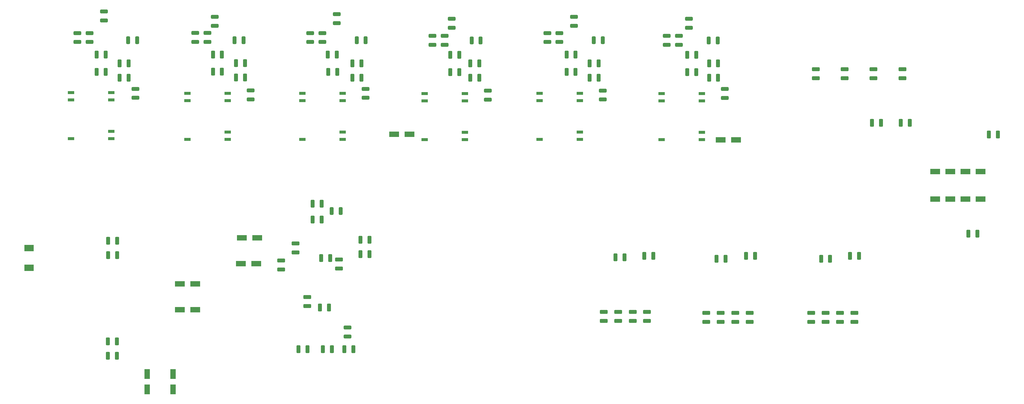
<source format=gbr>
%TF.GenerationSoftware,KiCad,Pcbnew,9.0.1*%
%TF.CreationDate,2025-12-19T01:31:40-08:00*%
%TF.ProjectId,ControlBoard,436f6e74-726f-46c4-926f-6172642e6b69,rev?*%
%TF.SameCoordinates,Original*%
%TF.FileFunction,Paste,Bot*%
%TF.FilePolarity,Positive*%
%FSLAX46Y46*%
G04 Gerber Fmt 4.6, Leading zero omitted, Abs format (unit mm)*
G04 Created by KiCad (PCBNEW 9.0.1) date 2025-12-19 01:31:40*
%MOMM*%
%LPD*%
G01*
G04 APERTURE LIST*
G04 Aperture macros list*
%AMRoundRect*
0 Rectangle with rounded corners*
0 $1 Rounding radius*
0 $2 $3 $4 $5 $6 $7 $8 $9 X,Y pos of 4 corners*
0 Add a 4 corners polygon primitive as box body*
4,1,4,$2,$3,$4,$5,$6,$7,$8,$9,$2,$3,0*
0 Add four circle primitives for the rounded corners*
1,1,$1+$1,$2,$3*
1,1,$1+$1,$4,$5*
1,1,$1+$1,$6,$7*
1,1,$1+$1,$8,$9*
0 Add four rect primitives between the rounded corners*
20,1,$1+$1,$2,$3,$4,$5,0*
20,1,$1+$1,$4,$5,$6,$7,0*
20,1,$1+$1,$6,$7,$8,$9,0*
20,1,$1+$1,$8,$9,$2,$3,0*%
G04 Aperture macros list end*
%ADD10R,3.500000X1.850000*%
%ADD11RoundRect,0.250000X0.412500X1.100000X-0.412500X1.100000X-0.412500X-1.100000X0.412500X-1.100000X0*%
%ADD12RoundRect,0.250000X1.100000X-0.412500X1.100000X0.412500X-1.100000X0.412500X-1.100000X-0.412500X0*%
%ADD13RoundRect,0.250000X-1.075000X0.400000X-1.075000X-0.400000X1.075000X-0.400000X1.075000X0.400000X0*%
%ADD14R,2.300000X1.000000*%
%ADD15RoundRect,0.250000X1.075000X-0.400000X1.075000X0.400000X-1.075000X0.400000X-1.075000X-0.400000X0*%
%ADD16RoundRect,0.250000X-0.400000X-1.075000X0.400000X-1.075000X0.400000X1.075000X-0.400000X1.075000X0*%
%ADD17RoundRect,0.250000X-0.412500X-1.100000X0.412500X-1.100000X0.412500X1.100000X-0.412500X1.100000X0*%
%ADD18RoundRect,0.250000X-1.100000X0.412500X-1.100000X-0.412500X1.100000X-0.412500X1.100000X0.412500X0*%
%ADD19RoundRect,0.250000X0.400000X1.075000X-0.400000X1.075000X-0.400000X-1.075000X0.400000X-1.075000X0*%
%ADD20R,1.850000X3.500000*%
%ADD21R,3.200000X2.250000*%
G04 APERTURE END LIST*
D10*
%TO.C,C175*%
X162000000Y-73000000D03*
X156700000Y-73000000D03*
%TD*%
%TO.C,C176*%
X270000000Y-75000000D03*
X275300000Y-75000000D03*
%TD*%
%TO.C,C167*%
X103500000Y-118000000D03*
X108800000Y-118000000D03*
%TD*%
%TO.C,C164*%
X82350000Y-125000000D03*
X87650000Y-125000000D03*
%TD*%
%TO.C,C165*%
X82350000Y-134000000D03*
X87650000Y-134000000D03*
%TD*%
%TO.C,C166*%
X103850000Y-109000000D03*
X109150000Y-109000000D03*
%TD*%
D11*
%TO.C,C44*%
X93817500Y-51300000D03*
X96942500Y-51300000D03*
%TD*%
D10*
%TO.C,C163*%
X354850000Y-95500000D03*
X360150000Y-95500000D03*
%TD*%
%TO.C,C162*%
X344350000Y-95500000D03*
X349650000Y-95500000D03*
%TD*%
%TO.C,C161*%
X354850000Y-86000000D03*
X360150000Y-86000000D03*
%TD*%
%TO.C,C160*%
X344350000Y-86000000D03*
X349650000Y-86000000D03*
%TD*%
D12*
%TO.C,C112*%
X229367500Y-134723750D03*
X229367500Y-137848750D03*
%TD*%
%TO.C,C114*%
X239500000Y-134723750D03*
X239500000Y-137848750D03*
%TD*%
D13*
%TO.C,R59*%
X255463250Y-38850000D03*
X255463250Y-41950000D03*
%TD*%
D11*
%TO.C,C91*%
X269065000Y-48400000D03*
X265940000Y-48400000D03*
%TD*%
%TO.C,C92*%
X261502500Y-51400000D03*
X258377500Y-51400000D03*
%TD*%
D14*
%TO.C,PS11*%
X249495000Y-74866000D03*
X249495000Y-61406000D03*
X249495000Y-58866000D03*
X263465000Y-58866000D03*
X263465000Y-61406000D03*
X263465000Y-72326000D03*
X263465000Y-74866000D03*
%TD*%
D15*
%TO.C,R64*%
X271440000Y-60400000D03*
X271440000Y-57300000D03*
%TD*%
D16*
%TO.C,R60*%
X265840000Y-40400000D03*
X268940000Y-40400000D03*
%TD*%
D13*
%TO.C,R62*%
X258940000Y-32900000D03*
X258940000Y-36000000D03*
%TD*%
D11*
%TO.C,C96*%
X269067500Y-53400000D03*
X265942500Y-53400000D03*
%TD*%
D13*
%TO.C,R58*%
X251253250Y-38850000D03*
X251253250Y-41950000D03*
%TD*%
D17*
%TO.C,C93*%
X258377500Y-45400000D03*
X261502500Y-45400000D03*
%TD*%
D13*
%TO.C,R68*%
X209826750Y-40950000D03*
X209826750Y-37850000D03*
%TD*%
D14*
%TO.C,PS12*%
X221085000Y-74816000D03*
X221085000Y-72276000D03*
X221085000Y-61356000D03*
X221085000Y-58816000D03*
X207115000Y-58816000D03*
X207115000Y-61356000D03*
X207115000Y-74816000D03*
%TD*%
D11*
%TO.C,C102*%
X224497500Y-53350000D03*
X227622500Y-53350000D03*
%TD*%
D13*
%TO.C,R69*%
X214036750Y-40950000D03*
X214036750Y-37850000D03*
%TD*%
D11*
%TO.C,C107*%
X224497500Y-48350000D03*
X227622500Y-48350000D03*
%TD*%
D13*
%TO.C,R72*%
X219060000Y-35350000D03*
X219060000Y-32250000D03*
%TD*%
D16*
%TO.C,R70*%
X229060000Y-40350000D03*
X225960000Y-40350000D03*
%TD*%
D11*
%TO.C,C103*%
X216497500Y-51350000D03*
X219622500Y-51350000D03*
%TD*%
D17*
%TO.C,C104*%
X219622500Y-45350000D03*
X216497500Y-45350000D03*
%TD*%
D15*
%TO.C,R74*%
X229060000Y-57850000D03*
X229060000Y-60950000D03*
%TD*%
D13*
%TO.C,R38*%
X169970000Y-38850000D03*
X169970000Y-41950000D03*
%TD*%
%TO.C,R39*%
X174180000Y-38850000D03*
X174180000Y-41950000D03*
%TD*%
D11*
%TO.C,C70*%
X179242500Y-51400000D03*
X176117500Y-51400000D03*
%TD*%
D16*
%TO.C,R40*%
X183580000Y-40400000D03*
X186680000Y-40400000D03*
%TD*%
D15*
%TO.C,R44*%
X189180000Y-61000000D03*
X189180000Y-57900000D03*
%TD*%
D17*
%TO.C,C71*%
X176117500Y-45400000D03*
X179242500Y-45400000D03*
%TD*%
D11*
%TO.C,C72*%
X186242500Y-53400000D03*
X183117500Y-53400000D03*
%TD*%
%TO.C,C69*%
X186242500Y-48400000D03*
X183117500Y-48400000D03*
%TD*%
D14*
%TO.C,PS9*%
X167235000Y-74866000D03*
X167235000Y-61406000D03*
X167235000Y-58866000D03*
X181205000Y-58866000D03*
X181205000Y-61406000D03*
X181205000Y-72326000D03*
X181205000Y-74866000D03*
%TD*%
D13*
%TO.C,R42*%
X176680000Y-32900000D03*
X176680000Y-36000000D03*
%TD*%
D14*
%TO.C,PS10*%
X124855000Y-74816000D03*
X124855000Y-61356000D03*
X124855000Y-58816000D03*
X138825000Y-58816000D03*
X138825000Y-61356000D03*
X138825000Y-72276000D03*
X138825000Y-74816000D03*
%TD*%
D16*
%TO.C,R50*%
X143700000Y-40350000D03*
X146800000Y-40350000D03*
%TD*%
D11*
%TO.C,C80*%
X145362500Y-48350000D03*
X142237500Y-48350000D03*
%TD*%
D17*
%TO.C,C82*%
X133675000Y-45350000D03*
X136800000Y-45350000D03*
%TD*%
D13*
%TO.C,R52*%
X136800000Y-31300000D03*
X136800000Y-34400000D03*
%TD*%
D15*
%TO.C,R54*%
X146800000Y-60350000D03*
X146800000Y-57250000D03*
%TD*%
D13*
%TO.C,R49*%
X131776750Y-37850000D03*
X131776750Y-40950000D03*
%TD*%
D11*
%TO.C,C81*%
X136925000Y-51350000D03*
X133800000Y-51350000D03*
%TD*%
D13*
%TO.C,R48*%
X127566750Y-37850000D03*
X127566750Y-40950000D03*
%TD*%
D11*
%TO.C,C85*%
X145362500Y-53350000D03*
X142237500Y-53350000D03*
%TD*%
D13*
%TO.C,R16*%
X87710000Y-37800000D03*
X87710000Y-40900000D03*
%TD*%
D16*
%TO.C,R18*%
X101320000Y-40300000D03*
X104420000Y-40300000D03*
%TD*%
D11*
%TO.C,C48*%
X104942500Y-53300000D03*
X101817500Y-53300000D03*
%TD*%
D15*
%TO.C,R22*%
X106880000Y-60900000D03*
X106880000Y-57800000D03*
%TD*%
D17*
%TO.C,C45*%
X93817500Y-45300000D03*
X96942500Y-45300000D03*
%TD*%
D13*
%TO.C,R20*%
X94420000Y-32200000D03*
X94420000Y-35300000D03*
%TD*%
%TO.C,R17*%
X91920000Y-37800000D03*
X91920000Y-40900000D03*
%TD*%
D14*
%TO.C,PS5*%
X84975000Y-74766000D03*
X84975000Y-61306000D03*
X84975000Y-58766000D03*
X98945000Y-58766000D03*
X98945000Y-61306000D03*
X98945000Y-72226000D03*
X98945000Y-74766000D03*
%TD*%
D11*
%TO.C,C43*%
X104942500Y-48300000D03*
X101817500Y-48300000D03*
%TD*%
%TO.C,C36*%
X135062500Y-147675000D03*
X131937500Y-147675000D03*
%TD*%
D12*
%TO.C,C118*%
X306367500Y-138237500D03*
X306367500Y-135112500D03*
%TD*%
D17*
%TO.C,C24*%
X304805000Y-116286250D03*
X307930000Y-116286250D03*
%TD*%
%TO.C,C8*%
X233437500Y-115755000D03*
X236562500Y-115755000D03*
%TD*%
D11*
%TO.C,C12*%
X335562500Y-69000000D03*
X332437500Y-69000000D03*
%TD*%
D12*
%TO.C,C115*%
X244367500Y-137848750D03*
X244367500Y-134723750D03*
%TD*%
D11*
%TO.C,C50*%
X60562500Y-110000000D03*
X57437500Y-110000000D03*
%TD*%
%TO.C,C51*%
X60522500Y-149955000D03*
X57397500Y-149955000D03*
%TD*%
D15*
%TO.C,R34*%
X66937500Y-60350000D03*
X66937500Y-57250000D03*
%TD*%
D11*
%TO.C,C58*%
X64562500Y-48350000D03*
X61437500Y-48350000D03*
%TD*%
%TO.C,C59*%
X56562500Y-51350000D03*
X53437500Y-51350000D03*
%TD*%
D18*
%TO.C,C111*%
X303000000Y-50437500D03*
X303000000Y-53562500D03*
%TD*%
D12*
%TO.C,C120*%
X280000000Y-138237500D03*
X280000000Y-135112500D03*
%TD*%
D11*
%TO.C,C52*%
X60522500Y-144955000D03*
X57397500Y-144955000D03*
%TD*%
D12*
%TO.C,C123*%
X275000000Y-138237500D03*
X275000000Y-135112500D03*
%TD*%
D11*
%TO.C,C35*%
X126625000Y-147675000D03*
X123500000Y-147675000D03*
%TD*%
D12*
%TO.C,C121*%
X265000000Y-138237500D03*
X265000000Y-135112500D03*
%TD*%
D17*
%TO.C,C60*%
X53437500Y-45350000D03*
X56562500Y-45350000D03*
%TD*%
D12*
%TO.C,C116*%
X316367500Y-138237500D03*
X316367500Y-135112500D03*
%TD*%
D13*
%TO.C,R28*%
X46790000Y-37850000D03*
X46790000Y-40950000D03*
%TD*%
D18*
%TO.C,C108*%
X333000000Y-50437500D03*
X333000000Y-53562500D03*
%TD*%
D19*
%TO.C,R8*%
X138100000Y-99675000D03*
X135000000Y-99675000D03*
%TD*%
D12*
%TO.C,C33*%
X126500000Y-132737500D03*
X126500000Y-129612500D03*
%TD*%
D17*
%TO.C,C11*%
X322437500Y-69000000D03*
X325562500Y-69000000D03*
%TD*%
%TO.C,C34*%
X130937500Y-133175000D03*
X134062500Y-133175000D03*
%TD*%
D13*
%TO.C,R29*%
X51000000Y-37850000D03*
X51000000Y-40950000D03*
%TD*%
D16*
%TO.C,R30*%
X64400000Y-40350000D03*
X67500000Y-40350000D03*
%TD*%
D18*
%TO.C,C31*%
X117500000Y-116875000D03*
X117500000Y-120000000D03*
%TD*%
D17*
%TO.C,C26*%
X145000000Y-109675000D03*
X148125000Y-109675000D03*
%TD*%
D12*
%TO.C,C28*%
X137500000Y-119675000D03*
X137500000Y-116550000D03*
%TD*%
D11*
%TO.C,C63*%
X64562500Y-53350000D03*
X61437500Y-53350000D03*
%TD*%
%TO.C,C49*%
X60562500Y-115000000D03*
X57437500Y-115000000D03*
%TD*%
D20*
%TO.C,C155*%
X71000000Y-156350000D03*
X71000000Y-161650000D03*
%TD*%
D13*
%TO.C,R32*%
X56000000Y-30350000D03*
X56000000Y-33450000D03*
%TD*%
D17*
%TO.C,C30*%
X145000000Y-114675000D03*
X148125000Y-114675000D03*
%TD*%
D21*
%TO.C,D3*%
X30000000Y-119450000D03*
X30000000Y-112550000D03*
%TD*%
D11*
%TO.C,C32*%
X134500000Y-116000000D03*
X131375000Y-116000000D03*
%TD*%
D14*
%TO.C,PS8*%
X44610000Y-74528000D03*
X44610000Y-61068000D03*
X44610000Y-58528000D03*
X58580000Y-58528000D03*
X58580000Y-61068000D03*
X58580000Y-71988000D03*
X58580000Y-74528000D03*
%TD*%
D17*
%TO.C,C22*%
X268500000Y-116286250D03*
X271625000Y-116286250D03*
%TD*%
%TO.C,C125*%
X363000000Y-73085000D03*
X366125000Y-73085000D03*
%TD*%
D12*
%TO.C,C122*%
X270000000Y-138237500D03*
X270000000Y-135112500D03*
%TD*%
D11*
%TO.C,C23*%
X317930000Y-115286250D03*
X314805000Y-115286250D03*
%TD*%
D12*
%TO.C,C27*%
X122500000Y-114062500D03*
X122500000Y-110937500D03*
%TD*%
D11*
%TO.C,C21*%
X281930000Y-115286250D03*
X278805000Y-115286250D03*
%TD*%
%TO.C,C37*%
X142562500Y-147675000D03*
X139437500Y-147675000D03*
%TD*%
D12*
%TO.C,C117*%
X311367500Y-138237500D03*
X311367500Y-135112500D03*
%TD*%
D13*
%TO.C,R9*%
X140500000Y-140175000D03*
X140500000Y-143275000D03*
%TD*%
D12*
%TO.C,C113*%
X234367500Y-137848750D03*
X234367500Y-134723750D03*
%TD*%
D18*
%TO.C,C109*%
X323000000Y-50437500D03*
X323000000Y-53562500D03*
%TD*%
D11*
%TO.C,C29*%
X131562500Y-97175000D03*
X128437500Y-97175000D03*
%TD*%
D17*
%TO.C,C124*%
X355937500Y-107530000D03*
X359062500Y-107530000D03*
%TD*%
D12*
%TO.C,C119*%
X301367500Y-138237500D03*
X301367500Y-135112500D03*
%TD*%
D11*
%TO.C,C25*%
X131562500Y-102675000D03*
X128437500Y-102675000D03*
%TD*%
D18*
%TO.C,C110*%
X313000000Y-50437500D03*
X313000000Y-53562500D03*
%TD*%
D11*
%TO.C,C7*%
X246562500Y-115286250D03*
X243437500Y-115286250D03*
%TD*%
D20*
%TO.C,C152*%
X80000000Y-156350000D03*
X80000000Y-161650000D03*
%TD*%
M02*

</source>
